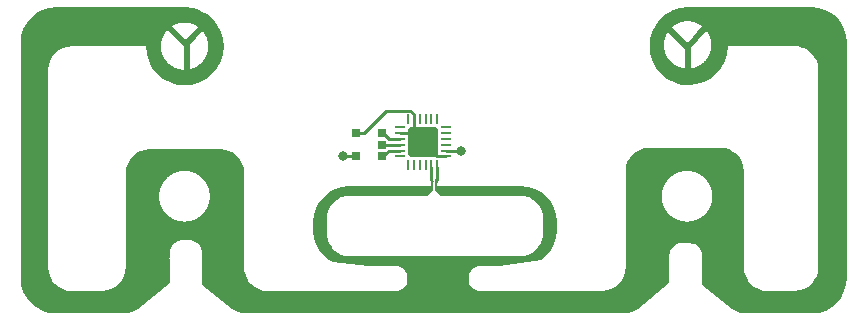
<source format=gbr>
G04 #@! TF.GenerationSoftware,KiCad,Pcbnew,6.0.9-8da3e8f707~117~ubuntu20.04.1*
G04 #@! TF.CreationDate,2022-12-15T16:27:20+01:00*
G04 #@! TF.ProjectId,picsyle-R_pressure_915,70696373-796c-4652-9d52-5f7072657373,rev?*
G04 #@! TF.SameCoordinates,Original*
G04 #@! TF.FileFunction,Copper,L1,Top*
G04 #@! TF.FilePolarity,Positive*
%FSLAX46Y46*%
G04 Gerber Fmt 4.6, Leading zero omitted, Abs format (unit mm)*
G04 Created by KiCad (PCBNEW 6.0.9-8da3e8f707~117~ubuntu20.04.1) date 2022-12-15 16:27:20*
%MOMM*%
%LPD*%
G01*
G04 APERTURE LIST*
G04 Aperture macros list*
%AMRoundRect*
0 Rectangle with rounded corners*
0 $1 Rounding radius*
0 $2 $3 $4 $5 $6 $7 $8 $9 X,Y pos of 4 corners*
0 Add a 4 corners polygon primitive as box body*
4,1,4,$2,$3,$4,$5,$6,$7,$8,$9,$2,$3,0*
0 Add four circle primitives for the rounded corners*
1,1,$1+$1,$2,$3*
1,1,$1+$1,$4,$5*
1,1,$1+$1,$6,$7*
1,1,$1+$1,$8,$9*
0 Add four rect primitives between the rounded corners*
20,1,$1+$1,$2,$3,$4,$5,0*
20,1,$1+$1,$4,$5,$6,$7,0*
20,1,$1+$1,$6,$7,$8,$9,0*
20,1,$1+$1,$8,$9,$2,$3,0*%
G04 Aperture macros list end*
G04 #@! TA.AperFunction,SMDPad,CuDef*
%ADD10R,0.175000X0.500000*%
G04 #@! TD*
G04 #@! TA.AperFunction,SMDPad,CuDef*
%ADD11RoundRect,0.062500X0.062500X-0.350000X0.062500X0.350000X-0.062500X0.350000X-0.062500X-0.350000X0*%
G04 #@! TD*
G04 #@! TA.AperFunction,SMDPad,CuDef*
%ADD12R,0.250000X0.825000*%
G04 #@! TD*
G04 #@! TA.AperFunction,SMDPad,CuDef*
%ADD13RoundRect,0.062500X0.350000X-0.062500X0.350000X0.062500X-0.350000X0.062500X-0.350000X-0.062500X0*%
G04 #@! TD*
G04 #@! TA.AperFunction,SMDPad,CuDef*
%ADD14RoundRect,0.240000X1.010000X-1.010000X1.010000X1.010000X-1.010000X1.010000X-1.010000X-1.010000X0*%
G04 #@! TD*
G04 #@! TA.AperFunction,SMDPad,CuDef*
%ADD15R,0.700000X0.700000*%
G04 #@! TD*
G04 #@! TA.AperFunction,ViaPad*
%ADD16C,0.800000*%
G04 #@! TD*
G04 #@! TA.AperFunction,Conductor*
%ADD17C,0.250000*%
G04 #@! TD*
G04 APERTURE END LIST*
G36*
X40335000Y-37871000D02*
G01*
X40334000Y-37869000D01*
X40330000Y-37865000D01*
X40328000Y-37864000D01*
X40326000Y-37864000D01*
X40324000Y-37863000D01*
X34064000Y-37863000D01*
X33676000Y-37904000D01*
X33675000Y-37904000D01*
X33674000Y-37905000D01*
X33301000Y-38020000D01*
X33300000Y-38021000D01*
X33298000Y-38021000D01*
X32955000Y-38207000D01*
X32954000Y-38208000D01*
X32953000Y-38208000D01*
X32652000Y-38457000D01*
X32650000Y-38459000D01*
X32404000Y-38761000D01*
X32402000Y-38763000D01*
X32402000Y-38764000D01*
X32219000Y-39108000D01*
X32218000Y-39109000D01*
X32218000Y-39111000D01*
X32105000Y-39484000D01*
X32105000Y-39487000D01*
X32067000Y-39875000D01*
X32066000Y-39876000D01*
X32066000Y-56588000D01*
X32067000Y-56602000D01*
X32067000Y-56603000D01*
X32107000Y-56991000D01*
X32108000Y-56992000D01*
X32108000Y-56994000D01*
X32223000Y-57366000D01*
X32224000Y-57368000D01*
X32224000Y-57369000D01*
X32410000Y-57712000D01*
X32411000Y-57713000D01*
X32411000Y-57714000D01*
X32660000Y-58015000D01*
X32662000Y-58017000D01*
X32965000Y-58264000D01*
X32966000Y-58264000D01*
X32967000Y-58265000D01*
X33311000Y-58448000D01*
X33312000Y-58449000D01*
X33314000Y-58449000D01*
X33687000Y-58562000D01*
X33689000Y-58562000D01*
X33690000Y-58563000D01*
X34078000Y-58601000D01*
X36652000Y-58601000D01*
X37040000Y-58560000D01*
X37041000Y-58560000D01*
X37042000Y-58559000D01*
X37415000Y-58444000D01*
X37416000Y-58443000D01*
X37418000Y-58443000D01*
X37761000Y-58257000D01*
X37762000Y-58257000D01*
X37763000Y-58256000D01*
X38064000Y-58007000D01*
X38066000Y-58005000D01*
X38312000Y-57703000D01*
X38314000Y-57701000D01*
X38314000Y-57700000D01*
X38497000Y-57356000D01*
X38498000Y-57355000D01*
X38498000Y-57353000D01*
X38611000Y-56980000D01*
X38611000Y-56977000D01*
X38650000Y-56589000D01*
X38650000Y-50580000D01*
X41469000Y-50580000D01*
X41469300Y-50617400D01*
X41470300Y-50654800D01*
X41471900Y-50692200D01*
X41474200Y-50729500D01*
X41477200Y-50766800D01*
X41480700Y-50804000D01*
X41485000Y-50841200D01*
X41489900Y-50878200D01*
X41495400Y-50915200D01*
X41501600Y-50952100D01*
X41508400Y-50988900D01*
X41515800Y-51025600D01*
X41523900Y-51062100D01*
X41532700Y-51098400D01*
X41542000Y-51134600D01*
X41552000Y-51170700D01*
X41562600Y-51206600D01*
X41573900Y-51242200D01*
X41585800Y-51277700D01*
X41598200Y-51312900D01*
X41611300Y-51348000D01*
X41625000Y-51382800D01*
X41639400Y-51417300D01*
X41654300Y-51451600D01*
X41669800Y-51485700D01*
X41685900Y-51519400D01*
X41702600Y-51552900D01*
X41719800Y-51586100D01*
X41737700Y-51618900D01*
X41756100Y-51651500D01*
X41775100Y-51683700D01*
X41794600Y-51715600D01*
X41814700Y-51747200D01*
X41835400Y-51778400D01*
X41856600Y-51809200D01*
X41878300Y-51839600D01*
X41900500Y-51869700D01*
X41923300Y-51899400D01*
X41946600Y-51928600D01*
X41970400Y-51957500D01*
X41994700Y-51985900D01*
X42019400Y-52013900D01*
X42044700Y-52041500D01*
X42070500Y-52068700D01*
X42096700Y-52095300D01*
X42123300Y-52121500D01*
X42150500Y-52147300D01*
X42178100Y-52172600D01*
X42206100Y-52197300D01*
X42234500Y-52221600D01*
X42263400Y-52245400D01*
X42292600Y-52268700D01*
X42322300Y-52291500D01*
X42352400Y-52313700D01*
X42382800Y-52335400D01*
X42413600Y-52356600D01*
X42444800Y-52377300D01*
X42476400Y-52397400D01*
X42508300Y-52416900D01*
X42540500Y-52435900D01*
X42573100Y-52454300D01*
X42605900Y-52472200D01*
X42639100Y-52489400D01*
X42672600Y-52506100D01*
X42706300Y-52522200D01*
X42740400Y-52537700D01*
X42774700Y-52552600D01*
X42809200Y-52567000D01*
X42844000Y-52580700D01*
X42879100Y-52593800D01*
X42914300Y-52606200D01*
X42949800Y-52618100D01*
X42985400Y-52629400D01*
X43021300Y-52640000D01*
X43057400Y-52650000D01*
X43093600Y-52659300D01*
X43129900Y-52668100D01*
X43166400Y-52676200D01*
X43203100Y-52683600D01*
X43239900Y-52690400D01*
X43276800Y-52696600D01*
X43313800Y-52702100D01*
X43350800Y-52707000D01*
X43388000Y-52711300D01*
X43425200Y-52714800D01*
X43462500Y-52717800D01*
X43499800Y-52720100D01*
X43537200Y-52721700D01*
X43574600Y-52722700D01*
X43612000Y-52723000D01*
X43649400Y-52722700D01*
X43686800Y-52721700D01*
X43724200Y-52720100D01*
X43761500Y-52717800D01*
X43798800Y-52714800D01*
X43836000Y-52711300D01*
X43873200Y-52707000D01*
X43910200Y-52702100D01*
X43947200Y-52696600D01*
X43984100Y-52690400D01*
X44020900Y-52683600D01*
X44057600Y-52676200D01*
X44094100Y-52668100D01*
X44130400Y-52659300D01*
X44166600Y-52650000D01*
X44202700Y-52640000D01*
X44238600Y-52629400D01*
X44274200Y-52618100D01*
X44309700Y-52606200D01*
X44344900Y-52593800D01*
X44380000Y-52580700D01*
X44414800Y-52567000D01*
X44449300Y-52552600D01*
X44483600Y-52537700D01*
X44517700Y-52522200D01*
X44551400Y-52506100D01*
X44584900Y-52489400D01*
X44618100Y-52472200D01*
X44650900Y-52454300D01*
X44683500Y-52435900D01*
X44715700Y-52416900D01*
X44747600Y-52397400D01*
X44779200Y-52377300D01*
X44810400Y-52356600D01*
X44841200Y-52335400D01*
X44871600Y-52313700D01*
X44901700Y-52291500D01*
X44931400Y-52268700D01*
X44960600Y-52245400D01*
X44989500Y-52221600D01*
X45017900Y-52197300D01*
X45045900Y-52172600D01*
X45073500Y-52147300D01*
X45100700Y-52121500D01*
X45127300Y-52095300D01*
X45153500Y-52068700D01*
X45179300Y-52041500D01*
X45204600Y-52013900D01*
X45229300Y-51985900D01*
X45253600Y-51957500D01*
X45277400Y-51928600D01*
X45300700Y-51899400D01*
X45323500Y-51869700D01*
X45345700Y-51839600D01*
X45367400Y-51809200D01*
X45388600Y-51778400D01*
X45409300Y-51747200D01*
X45429400Y-51715600D01*
X45448900Y-51683700D01*
X45467900Y-51651500D01*
X45486300Y-51618900D01*
X45504200Y-51586100D01*
X45521400Y-51552900D01*
X45538100Y-51519400D01*
X45554200Y-51485700D01*
X45569700Y-51451600D01*
X45584600Y-51417300D01*
X45599000Y-51382800D01*
X45612700Y-51348000D01*
X45625800Y-51312900D01*
X45638200Y-51277700D01*
X45650100Y-51242200D01*
X45661400Y-51206600D01*
X45672000Y-51170700D01*
X45682000Y-51134600D01*
X45691300Y-51098400D01*
X45700100Y-51062100D01*
X45708200Y-51025600D01*
X45715600Y-50988900D01*
X45722400Y-50952100D01*
X45728600Y-50915200D01*
X45734100Y-50878200D01*
X45739000Y-50841200D01*
X45743300Y-50804000D01*
X45746800Y-50766800D01*
X45749800Y-50729500D01*
X45752100Y-50692200D01*
X45753700Y-50654800D01*
X45754700Y-50617400D01*
X45755000Y-50580000D01*
X45754700Y-50542600D01*
X45753700Y-50505200D01*
X45752100Y-50467800D01*
X45749800Y-50430500D01*
X45746800Y-50393200D01*
X45743300Y-50356000D01*
X45739000Y-50318800D01*
X45734100Y-50281800D01*
X45728600Y-50244800D01*
X45722400Y-50207900D01*
X45715600Y-50171100D01*
X45708200Y-50134400D01*
X45700100Y-50097900D01*
X45691300Y-50061600D01*
X45682000Y-50025400D01*
X45672000Y-49989300D01*
X45661400Y-49953400D01*
X45650100Y-49917800D01*
X45638200Y-49882300D01*
X45625800Y-49847100D01*
X45612700Y-49812000D01*
X45599000Y-49777200D01*
X45584600Y-49742700D01*
X45569700Y-49708400D01*
X45554200Y-49674300D01*
X45538100Y-49640600D01*
X45521400Y-49607100D01*
X45504200Y-49573900D01*
X45486300Y-49541100D01*
X45467900Y-49508500D01*
X45448900Y-49476300D01*
X45429400Y-49444400D01*
X45409300Y-49412800D01*
X45388600Y-49381600D01*
X45367400Y-49350800D01*
X45345700Y-49320400D01*
X45323500Y-49290300D01*
X45300700Y-49260600D01*
X45277400Y-49231400D01*
X45253600Y-49202500D01*
X45229300Y-49174100D01*
X45204600Y-49146100D01*
X45179300Y-49118500D01*
X45153500Y-49091300D01*
X45127300Y-49064700D01*
X45100700Y-49038500D01*
X45073500Y-49012700D01*
X45045900Y-48987400D01*
X45017900Y-48962700D01*
X44989500Y-48938400D01*
X44960600Y-48914600D01*
X44931400Y-48891300D01*
X44901700Y-48868500D01*
X44871600Y-48846300D01*
X44841200Y-48824600D01*
X44810400Y-48803400D01*
X44779200Y-48782700D01*
X44747600Y-48762600D01*
X44715700Y-48743100D01*
X44683500Y-48724100D01*
X44650900Y-48705700D01*
X44618100Y-48687800D01*
X44584900Y-48670600D01*
X44551400Y-48653900D01*
X44517700Y-48637800D01*
X44483600Y-48622300D01*
X44449300Y-48607400D01*
X44414800Y-48593000D01*
X44380000Y-48579300D01*
X44344900Y-48566200D01*
X44309700Y-48553800D01*
X44274200Y-48541900D01*
X44238600Y-48530600D01*
X44202700Y-48520000D01*
X44166600Y-48510000D01*
X44130400Y-48500700D01*
X44094100Y-48491900D01*
X44057600Y-48483800D01*
X44020900Y-48476400D01*
X43984100Y-48469600D01*
X43947200Y-48463400D01*
X43910200Y-48457900D01*
X43873200Y-48453000D01*
X43836000Y-48448700D01*
X43798800Y-48445200D01*
X43761500Y-48442200D01*
X43724200Y-48439900D01*
X43686800Y-48438300D01*
X43649400Y-48437300D01*
X43612000Y-48437000D01*
X43574600Y-48437300D01*
X43537200Y-48438300D01*
X43499800Y-48439900D01*
X43462500Y-48442200D01*
X43425200Y-48445200D01*
X43388000Y-48448700D01*
X43350800Y-48453000D01*
X43313800Y-48457900D01*
X43276800Y-48463400D01*
X43239900Y-48469600D01*
X43203100Y-48476400D01*
X43166400Y-48483800D01*
X43129900Y-48491900D01*
X43093600Y-48500700D01*
X43057400Y-48510000D01*
X43021300Y-48520000D01*
X42985400Y-48530600D01*
X42949800Y-48541900D01*
X42914300Y-48553800D01*
X42879100Y-48566200D01*
X42844000Y-48579300D01*
X42809200Y-48593000D01*
X42774700Y-48607400D01*
X42740400Y-48622300D01*
X42706300Y-48637800D01*
X42672600Y-48653900D01*
X42639100Y-48670600D01*
X42605900Y-48687800D01*
X42573100Y-48705700D01*
X42540500Y-48724100D01*
X42508300Y-48743100D01*
X42476400Y-48762600D01*
X42444800Y-48782700D01*
X42413600Y-48803400D01*
X42382800Y-48824600D01*
X42352400Y-48846300D01*
X42322300Y-48868500D01*
X42292600Y-48891300D01*
X42263400Y-48914600D01*
X42234500Y-48938400D01*
X42206100Y-48962700D01*
X42178100Y-48987400D01*
X42150500Y-49012700D01*
X42123300Y-49038500D01*
X42096700Y-49064700D01*
X42070500Y-49091300D01*
X42044700Y-49118500D01*
X42019400Y-49146100D01*
X41994700Y-49174100D01*
X41970400Y-49202500D01*
X41946600Y-49231400D01*
X41923300Y-49260600D01*
X41900500Y-49290300D01*
X41878300Y-49320400D01*
X41856600Y-49350800D01*
X41835400Y-49381600D01*
X41814700Y-49412800D01*
X41794600Y-49444400D01*
X41775100Y-49476300D01*
X41756100Y-49508500D01*
X41737700Y-49541100D01*
X41719800Y-49573900D01*
X41702600Y-49607100D01*
X41685900Y-49640600D01*
X41669800Y-49674300D01*
X41654300Y-49708400D01*
X41639400Y-49742700D01*
X41625000Y-49777200D01*
X41611300Y-49812000D01*
X41598200Y-49847100D01*
X41585800Y-49882300D01*
X41573900Y-49917800D01*
X41562600Y-49953400D01*
X41552000Y-49989300D01*
X41542000Y-50025400D01*
X41532700Y-50061600D01*
X41523900Y-50097900D01*
X41515800Y-50134400D01*
X41508400Y-50171100D01*
X41501600Y-50207900D01*
X41495400Y-50244800D01*
X41489900Y-50281800D01*
X41485000Y-50318800D01*
X41480700Y-50356000D01*
X41477200Y-50393200D01*
X41474200Y-50430500D01*
X41471900Y-50467800D01*
X41470300Y-50505200D01*
X41469300Y-50542600D01*
X41469000Y-50580000D01*
X38650000Y-50580000D01*
X38650000Y-48608000D01*
X38687000Y-48221000D01*
X38800000Y-47850000D01*
X38982000Y-47508000D01*
X39227000Y-47207000D01*
X39525000Y-46960000D01*
X39866000Y-46776000D01*
X40237000Y-46661000D01*
X40623000Y-46621000D01*
X44929000Y-46621000D01*
X46669000Y-46620000D01*
X47056000Y-46658000D01*
X47427000Y-46770000D01*
X47770000Y-46952000D01*
X48070000Y-47197000D01*
X48317000Y-47495000D01*
X48502000Y-47836000D01*
X48617000Y-48207000D01*
X48657000Y-48593000D01*
X48657000Y-56588000D01*
X48658000Y-56602000D01*
X48658000Y-56603000D01*
X48698000Y-56991000D01*
X48699000Y-56992000D01*
X48699000Y-56994000D01*
X48814000Y-57366000D01*
X48815000Y-57368000D01*
X48815000Y-57369000D01*
X49001000Y-57712000D01*
X49002000Y-57713000D01*
X49002000Y-57714000D01*
X49251000Y-58015000D01*
X49253000Y-58017000D01*
X49556000Y-58264000D01*
X49557000Y-58264000D01*
X49558000Y-58265000D01*
X49902000Y-58448000D01*
X49903000Y-58449000D01*
X49905000Y-58449000D01*
X50278000Y-58562000D01*
X50280000Y-58562000D01*
X50281000Y-58563000D01*
X50669000Y-58601000D01*
X61491000Y-58601000D01*
X61685000Y-58580000D01*
X61688000Y-58580000D01*
X61874000Y-58522000D01*
X61875000Y-58522000D01*
X61877000Y-58521000D01*
X62048000Y-58428000D01*
X62049000Y-58428000D01*
X62050000Y-58427000D01*
X62051000Y-58427000D01*
X62201000Y-58302000D01*
X62202000Y-58301000D01*
X62203000Y-58301000D01*
X62203000Y-58300000D01*
X62326000Y-58149000D01*
X62327000Y-58148000D01*
X62327000Y-58147000D01*
X62419000Y-57975000D01*
X62420000Y-57974000D01*
X62420000Y-57972000D01*
X62476000Y-57786000D01*
X62477000Y-57784000D01*
X62477000Y-57783000D01*
X62496000Y-57589000D01*
X62496000Y-57476000D01*
X62476000Y-57282000D01*
X62475000Y-57281000D01*
X62475000Y-57279000D01*
X62417000Y-57093000D01*
X62417000Y-57092000D01*
X62416000Y-57091000D01*
X62416000Y-57090000D01*
X62324000Y-56919000D01*
X62322000Y-56917000D01*
X62198000Y-56766000D01*
X62197000Y-56765000D01*
X62196000Y-56765000D01*
X62196000Y-56764000D01*
X62045000Y-56641000D01*
X62044000Y-56640000D01*
X62042000Y-56640000D01*
X61870000Y-56548000D01*
X61869000Y-56548000D01*
X61868000Y-56547000D01*
X61681000Y-56491000D01*
X61680000Y-56490000D01*
X61678000Y-56490000D01*
X61484000Y-56471000D01*
X59256000Y-56471000D01*
X56232000Y-56174000D01*
X55853000Y-55972000D01*
X55402000Y-55604000D01*
X55030000Y-55154000D01*
X54753000Y-54642000D01*
X54581000Y-54085000D01*
X54520000Y-53504000D01*
X54519000Y-53484000D01*
X54519000Y-52715000D01*
X54576000Y-52134000D01*
X54745000Y-51576000D01*
X55019000Y-51061000D01*
X55387000Y-50610000D01*
X55836000Y-50238000D01*
X56349000Y-49961000D01*
X56906000Y-49788000D01*
X57486000Y-49727000D01*
X64500000Y-49727000D01*
X64502000Y-49726000D01*
X64505000Y-49725000D01*
X64507000Y-49724000D01*
X64508000Y-49722000D01*
X64510000Y-49719000D01*
X64510000Y-49717000D01*
X64511000Y-49714000D01*
X64510000Y-49714000D01*
X64510000Y-49264000D01*
X64684000Y-49264000D01*
X64684000Y-50038000D01*
X64192000Y-50530000D01*
X57657000Y-50530000D01*
X57285000Y-50565000D01*
X57284000Y-50566000D01*
X57283000Y-50566000D01*
X56908000Y-50675000D01*
X56907000Y-50676000D01*
X56906000Y-50676000D01*
X56560000Y-50857000D01*
X56559000Y-50857000D01*
X56558000Y-50858000D01*
X56167000Y-51192000D01*
X56165000Y-51194000D01*
X55941000Y-51493000D01*
X55941000Y-51494000D01*
X55940000Y-51495000D01*
X55776000Y-51830000D01*
X55776000Y-51831000D01*
X55775000Y-51832000D01*
X55688000Y-52130000D01*
X55688000Y-52133000D01*
X55647000Y-52465000D01*
X55647000Y-52469000D01*
X55645000Y-52543000D01*
X55645000Y-52926000D01*
X55642000Y-52926000D01*
X55642000Y-53213000D01*
X55645000Y-53213000D01*
X55645000Y-53656000D01*
X55665000Y-53932000D01*
X55665000Y-53935000D01*
X55741000Y-54269000D01*
X55742000Y-54271000D01*
X55865000Y-54570000D01*
X55866000Y-54570000D01*
X55866000Y-54572000D01*
X56082000Y-54906000D01*
X56082000Y-54907000D01*
X56083000Y-54908000D01*
X56101000Y-54931000D01*
X56102000Y-54931000D01*
X56102000Y-54932000D01*
X56377000Y-55207000D01*
X56377000Y-55208000D01*
X56379000Y-55209000D01*
X56611000Y-55374000D01*
X56613000Y-55375000D01*
X56890000Y-55516000D01*
X56891000Y-55516000D01*
X56892000Y-55517000D01*
X56893000Y-55517000D01*
X57266000Y-55629000D01*
X57267000Y-55630000D01*
X57269000Y-55630000D01*
X57657000Y-55668000D01*
X71987000Y-55668000D01*
X72298000Y-55644000D01*
X72299000Y-55644000D01*
X72300000Y-55643000D01*
X72678000Y-55545000D01*
X72680000Y-55545000D01*
X73031000Y-55375000D01*
X73033000Y-55374000D01*
X73266000Y-55209000D01*
X73289000Y-55189000D01*
X73290000Y-55189000D01*
X73290000Y-55188000D01*
X73561000Y-54908000D01*
X73562000Y-54908000D01*
X73563000Y-54906000D01*
X73778000Y-54572000D01*
X73779000Y-54570000D01*
X73902000Y-54271000D01*
X73903000Y-54271000D01*
X73903000Y-54269000D01*
X73980000Y-53935000D01*
X73980000Y-53932000D01*
X73999000Y-53662000D01*
X73999000Y-53211000D01*
X74002000Y-53211000D01*
X74002000Y-52742000D01*
X73999000Y-52742000D01*
X73999000Y-52543000D01*
X73998000Y-52469000D01*
X73998000Y-52465000D01*
X73957000Y-52133000D01*
X73956000Y-52131000D01*
X73956000Y-52130000D01*
X73869000Y-51832000D01*
X73869000Y-51831000D01*
X73868000Y-51830000D01*
X73705000Y-51495000D01*
X73703000Y-51493000D01*
X73480000Y-51194000D01*
X73479000Y-51194000D01*
X73478000Y-51192000D01*
X73087000Y-50858000D01*
X73085000Y-50857000D01*
X72754000Y-50683000D01*
X72753000Y-50682000D01*
X72752000Y-50682000D01*
X72378000Y-50569000D01*
X72376000Y-50569000D01*
X72376000Y-50568000D01*
X71987000Y-50530000D01*
X65353000Y-50530000D01*
X64860000Y-50038000D01*
X64860000Y-49264000D01*
X65034000Y-49264000D01*
X65034000Y-49717000D01*
X65035000Y-49719000D01*
X65036000Y-49722000D01*
X65038000Y-49724000D01*
X65040000Y-49725000D01*
X65042000Y-49727000D01*
X65045000Y-49727000D01*
X65047000Y-49728000D01*
X72138000Y-49727000D01*
X72718000Y-49784000D01*
X73276000Y-49953000D01*
X73791000Y-50227000D01*
X74243000Y-50595000D01*
X74614000Y-51044000D01*
X74892000Y-51557000D01*
X75064000Y-52114000D01*
X75125000Y-52694000D01*
X75125000Y-53484000D01*
X75068000Y-54064000D01*
X74900000Y-54622000D01*
X74626000Y-55137000D01*
X74258000Y-55589000D01*
X73808000Y-55960000D01*
X70260000Y-56471000D01*
X68671000Y-56471000D01*
X68477000Y-56492000D01*
X68475000Y-56492000D01*
X68288000Y-56550000D01*
X68287000Y-56550000D01*
X68286000Y-56551000D01*
X68114000Y-56644000D01*
X68113000Y-56644000D01*
X68112000Y-56645000D01*
X67962000Y-56769000D01*
X67960000Y-56771000D01*
X67837000Y-56922000D01*
X67835000Y-56924000D01*
X67835000Y-56925000D01*
X67743000Y-57097000D01*
X67743000Y-57099000D01*
X67686000Y-57286000D01*
X67686000Y-57289000D01*
X67667000Y-57483000D01*
X67666000Y-57484000D01*
X67666000Y-57588000D01*
X67667000Y-57595000D01*
X67667000Y-57596000D01*
X67687000Y-57790000D01*
X67687000Y-57792000D01*
X67688000Y-57792000D01*
X67745000Y-57979000D01*
X67746000Y-57980000D01*
X67746000Y-57981000D01*
X67839000Y-58153000D01*
X67840000Y-58154000D01*
X67840000Y-58155000D01*
X67965000Y-58306000D01*
X67966000Y-58306000D01*
X67967000Y-58307000D01*
X68118000Y-58431000D01*
X68119000Y-58431000D01*
X68120000Y-58432000D01*
X68292000Y-58524000D01*
X68294000Y-58524000D01*
X68295000Y-58525000D01*
X68482000Y-58581000D01*
X68483000Y-58581000D01*
X68484000Y-58582000D01*
X68678000Y-58601000D01*
X78968000Y-58601000D01*
X79356000Y-58560000D01*
X79357000Y-58560000D01*
X79358000Y-58559000D01*
X79731000Y-58444000D01*
X79732000Y-58443000D01*
X79734000Y-58443000D01*
X80077000Y-58257000D01*
X80078000Y-58257000D01*
X80079000Y-58256000D01*
X80380000Y-58007000D01*
X80382000Y-58005000D01*
X80628000Y-57703000D01*
X80630000Y-57701000D01*
X80630000Y-57700000D01*
X80813000Y-57356000D01*
X80814000Y-57355000D01*
X80814000Y-57353000D01*
X80927000Y-56980000D01*
X80927000Y-56977000D01*
X80966000Y-56589000D01*
X80966000Y-50580000D01*
X84020000Y-50580000D01*
X84020300Y-50617400D01*
X84021300Y-50654800D01*
X84022900Y-50692200D01*
X84025200Y-50729500D01*
X84028200Y-50766800D01*
X84031700Y-50804000D01*
X84036000Y-50841200D01*
X84040900Y-50878200D01*
X84046400Y-50915200D01*
X84052600Y-50952100D01*
X84059400Y-50988900D01*
X84066800Y-51025600D01*
X84074900Y-51062100D01*
X84083700Y-51098400D01*
X84093000Y-51134600D01*
X84103000Y-51170700D01*
X84113600Y-51206600D01*
X84124900Y-51242200D01*
X84136800Y-51277700D01*
X84149200Y-51312900D01*
X84162300Y-51348000D01*
X84176000Y-51382800D01*
X84190400Y-51417300D01*
X84205300Y-51451600D01*
X84220800Y-51485700D01*
X84236900Y-51519400D01*
X84253600Y-51552900D01*
X84270800Y-51586100D01*
X84288700Y-51618900D01*
X84307100Y-51651500D01*
X84326100Y-51683700D01*
X84345600Y-51715600D01*
X84365700Y-51747200D01*
X84386400Y-51778400D01*
X84407600Y-51809200D01*
X84429300Y-51839600D01*
X84451500Y-51869700D01*
X84474300Y-51899400D01*
X84497600Y-51928600D01*
X84521400Y-51957500D01*
X84545700Y-51985900D01*
X84570400Y-52013900D01*
X84595700Y-52041500D01*
X84621500Y-52068700D01*
X84647700Y-52095300D01*
X84674300Y-52121500D01*
X84701500Y-52147300D01*
X84729100Y-52172600D01*
X84757100Y-52197300D01*
X84785500Y-52221600D01*
X84814400Y-52245400D01*
X84843600Y-52268700D01*
X84873300Y-52291500D01*
X84903400Y-52313700D01*
X84933800Y-52335400D01*
X84964600Y-52356600D01*
X84995800Y-52377300D01*
X85027400Y-52397400D01*
X85059300Y-52416900D01*
X85091500Y-52435900D01*
X85124100Y-52454300D01*
X85156900Y-52472200D01*
X85190100Y-52489400D01*
X85223600Y-52506100D01*
X85257300Y-52522200D01*
X85291400Y-52537700D01*
X85325700Y-52552600D01*
X85360200Y-52567000D01*
X85395000Y-52580700D01*
X85430100Y-52593800D01*
X85465300Y-52606200D01*
X85500800Y-52618100D01*
X85536400Y-52629400D01*
X85572300Y-52640000D01*
X85608400Y-52650000D01*
X85644600Y-52659300D01*
X85680900Y-52668100D01*
X85717400Y-52676200D01*
X85754100Y-52683600D01*
X85790900Y-52690400D01*
X85827800Y-52696600D01*
X85864800Y-52702100D01*
X85901800Y-52707000D01*
X85939000Y-52711300D01*
X85976200Y-52714800D01*
X86013500Y-52717800D01*
X86050800Y-52720100D01*
X86088200Y-52721700D01*
X86125600Y-52722700D01*
X86163000Y-52723000D01*
X86200400Y-52722700D01*
X86237800Y-52721700D01*
X86275200Y-52720100D01*
X86312500Y-52717800D01*
X86349800Y-52714800D01*
X86387000Y-52711300D01*
X86424200Y-52707000D01*
X86461200Y-52702100D01*
X86498200Y-52696600D01*
X86535100Y-52690400D01*
X86571900Y-52683600D01*
X86608600Y-52676200D01*
X86645100Y-52668100D01*
X86681400Y-52659300D01*
X86717600Y-52650000D01*
X86753700Y-52640000D01*
X86789600Y-52629400D01*
X86825200Y-52618100D01*
X86860700Y-52606200D01*
X86895900Y-52593800D01*
X86931000Y-52580700D01*
X86965800Y-52567000D01*
X87000300Y-52552600D01*
X87034600Y-52537700D01*
X87068700Y-52522200D01*
X87102400Y-52506100D01*
X87135900Y-52489400D01*
X87169100Y-52472200D01*
X87201900Y-52454300D01*
X87234500Y-52435900D01*
X87266700Y-52416900D01*
X87298600Y-52397400D01*
X87330200Y-52377300D01*
X87361400Y-52356600D01*
X87392200Y-52335400D01*
X87422600Y-52313700D01*
X87452700Y-52291500D01*
X87482400Y-52268700D01*
X87511600Y-52245400D01*
X87540500Y-52221600D01*
X87568900Y-52197300D01*
X87596900Y-52172600D01*
X87624500Y-52147300D01*
X87651700Y-52121500D01*
X87678300Y-52095300D01*
X87704500Y-52068700D01*
X87730300Y-52041500D01*
X87755600Y-52013900D01*
X87780300Y-51985900D01*
X87804600Y-51957500D01*
X87828400Y-51928600D01*
X87851700Y-51899400D01*
X87874500Y-51869700D01*
X87896700Y-51839600D01*
X87918400Y-51809200D01*
X87939600Y-51778400D01*
X87960300Y-51747200D01*
X87980400Y-51715600D01*
X87999900Y-51683700D01*
X88018900Y-51651500D01*
X88037300Y-51618900D01*
X88055200Y-51586100D01*
X88072400Y-51552900D01*
X88089100Y-51519400D01*
X88105200Y-51485700D01*
X88120700Y-51451600D01*
X88135600Y-51417300D01*
X88150000Y-51382800D01*
X88163700Y-51348000D01*
X88176800Y-51312900D01*
X88189200Y-51277700D01*
X88201100Y-51242200D01*
X88212400Y-51206600D01*
X88223000Y-51170700D01*
X88233000Y-51134600D01*
X88242300Y-51098400D01*
X88251100Y-51062100D01*
X88259200Y-51025600D01*
X88266600Y-50988900D01*
X88273400Y-50952100D01*
X88279600Y-50915200D01*
X88285100Y-50878200D01*
X88290000Y-50841200D01*
X88294300Y-50804000D01*
X88297800Y-50766800D01*
X88300800Y-50729500D01*
X88303100Y-50692200D01*
X88304700Y-50654800D01*
X88305700Y-50617400D01*
X88306000Y-50580000D01*
X88305700Y-50542600D01*
X88304700Y-50505200D01*
X88303100Y-50467800D01*
X88300800Y-50430500D01*
X88297800Y-50393200D01*
X88294300Y-50356000D01*
X88290000Y-50318800D01*
X88285100Y-50281800D01*
X88279600Y-50244800D01*
X88273400Y-50207900D01*
X88266600Y-50171100D01*
X88259200Y-50134400D01*
X88251100Y-50097900D01*
X88242300Y-50061600D01*
X88233000Y-50025400D01*
X88223000Y-49989300D01*
X88212400Y-49953400D01*
X88201100Y-49917800D01*
X88189200Y-49882300D01*
X88176800Y-49847100D01*
X88163700Y-49812000D01*
X88150000Y-49777200D01*
X88135600Y-49742700D01*
X88120700Y-49708400D01*
X88105200Y-49674300D01*
X88089100Y-49640600D01*
X88072400Y-49607100D01*
X88055200Y-49573900D01*
X88037300Y-49541100D01*
X88018900Y-49508500D01*
X87999900Y-49476300D01*
X87980400Y-49444400D01*
X87960300Y-49412800D01*
X87939600Y-49381600D01*
X87918400Y-49350800D01*
X87896700Y-49320400D01*
X87874500Y-49290300D01*
X87851700Y-49260600D01*
X87828400Y-49231400D01*
X87804600Y-49202500D01*
X87780300Y-49174100D01*
X87755600Y-49146100D01*
X87730300Y-49118500D01*
X87704500Y-49091300D01*
X87678300Y-49064700D01*
X87651700Y-49038500D01*
X87624500Y-49012700D01*
X87596900Y-48987400D01*
X87568900Y-48962700D01*
X87540500Y-48938400D01*
X87511600Y-48914600D01*
X87482400Y-48891300D01*
X87452700Y-48868500D01*
X87422600Y-48846300D01*
X87392200Y-48824600D01*
X87361400Y-48803400D01*
X87330200Y-48782700D01*
X87298600Y-48762600D01*
X87266700Y-48743100D01*
X87234500Y-48724100D01*
X87201900Y-48705700D01*
X87169100Y-48687800D01*
X87135900Y-48670600D01*
X87102400Y-48653900D01*
X87068700Y-48637800D01*
X87034600Y-48622300D01*
X87000300Y-48607400D01*
X86965800Y-48593000D01*
X86931000Y-48579300D01*
X86895900Y-48566200D01*
X86860700Y-48553800D01*
X86825200Y-48541900D01*
X86789600Y-48530600D01*
X86753700Y-48520000D01*
X86717600Y-48510000D01*
X86681400Y-48500700D01*
X86645100Y-48491900D01*
X86608600Y-48483800D01*
X86571900Y-48476400D01*
X86535100Y-48469600D01*
X86498200Y-48463400D01*
X86461200Y-48457900D01*
X86424200Y-48453000D01*
X86387000Y-48448700D01*
X86349800Y-48445200D01*
X86312500Y-48442200D01*
X86275200Y-48439900D01*
X86237800Y-48438300D01*
X86200400Y-48437300D01*
X86163000Y-48437000D01*
X86125600Y-48437300D01*
X86088200Y-48438300D01*
X86050800Y-48439900D01*
X86013500Y-48442200D01*
X85976200Y-48445200D01*
X85939000Y-48448700D01*
X85901800Y-48453000D01*
X85864800Y-48457900D01*
X85827800Y-48463400D01*
X85790900Y-48469600D01*
X85754100Y-48476400D01*
X85717400Y-48483800D01*
X85680900Y-48491900D01*
X85644600Y-48500700D01*
X85608400Y-48510000D01*
X85572300Y-48520000D01*
X85536400Y-48530600D01*
X85500800Y-48541900D01*
X85465300Y-48553800D01*
X85430100Y-48566200D01*
X85395000Y-48579300D01*
X85360200Y-48593000D01*
X85325700Y-48607400D01*
X85291400Y-48622300D01*
X85257300Y-48637800D01*
X85223600Y-48653900D01*
X85190100Y-48670600D01*
X85156900Y-48687800D01*
X85124100Y-48705700D01*
X85091500Y-48724100D01*
X85059300Y-48743100D01*
X85027400Y-48762600D01*
X84995800Y-48782700D01*
X84964600Y-48803400D01*
X84933800Y-48824600D01*
X84903400Y-48846300D01*
X84873300Y-48868500D01*
X84843600Y-48891300D01*
X84814400Y-48914600D01*
X84785500Y-48938400D01*
X84757100Y-48962700D01*
X84729100Y-48987400D01*
X84701500Y-49012700D01*
X84674300Y-49038500D01*
X84647700Y-49064700D01*
X84621500Y-49091300D01*
X84595700Y-49118500D01*
X84570400Y-49146100D01*
X84545700Y-49174100D01*
X84521400Y-49202500D01*
X84497600Y-49231400D01*
X84474300Y-49260600D01*
X84451500Y-49290300D01*
X84429300Y-49320400D01*
X84407600Y-49350800D01*
X84386400Y-49381600D01*
X84365700Y-49412800D01*
X84345600Y-49444400D01*
X84326100Y-49476300D01*
X84307100Y-49508500D01*
X84288700Y-49541100D01*
X84270800Y-49573900D01*
X84253600Y-49607100D01*
X84236900Y-49640600D01*
X84220800Y-49674300D01*
X84205300Y-49708400D01*
X84190400Y-49742700D01*
X84176000Y-49777200D01*
X84162300Y-49812000D01*
X84149200Y-49847100D01*
X84136800Y-49882300D01*
X84124900Y-49917800D01*
X84113600Y-49953400D01*
X84103000Y-49989300D01*
X84093000Y-50025400D01*
X84083700Y-50061600D01*
X84074900Y-50097900D01*
X84066800Y-50134400D01*
X84059400Y-50171100D01*
X84052600Y-50207900D01*
X84046400Y-50244800D01*
X84040900Y-50281800D01*
X84036000Y-50318800D01*
X84031700Y-50356000D01*
X84028200Y-50393200D01*
X84025200Y-50430500D01*
X84022900Y-50467800D01*
X84021300Y-50505200D01*
X84020300Y-50542600D01*
X84020000Y-50580000D01*
X80966000Y-50580000D01*
X80966000Y-48455000D01*
X81003000Y-48068000D01*
X81116000Y-47697000D01*
X81298000Y-47355000D01*
X81543000Y-47054000D01*
X81841000Y-46807000D01*
X82182000Y-46623000D01*
X82553000Y-46508000D01*
X82939000Y-46468000D01*
X87245000Y-46468000D01*
X88985000Y-46467000D01*
X89372000Y-46505000D01*
X89743000Y-46617000D01*
X90086000Y-46799000D01*
X90386000Y-47044000D01*
X90633000Y-47342000D01*
X90818000Y-47683000D01*
X90933000Y-48054000D01*
X90973000Y-48440000D01*
X90973000Y-56588000D01*
X90974000Y-56602000D01*
X90974000Y-56603000D01*
X91014000Y-56991000D01*
X91015000Y-56992000D01*
X91015000Y-56994000D01*
X91130000Y-57366000D01*
X91131000Y-57368000D01*
X91131000Y-57369000D01*
X91317000Y-57712000D01*
X91318000Y-57713000D01*
X91318000Y-57714000D01*
X91567000Y-58015000D01*
X91569000Y-58017000D01*
X91872000Y-58264000D01*
X91873000Y-58264000D01*
X91874000Y-58265000D01*
X92218000Y-58448000D01*
X92219000Y-58449000D01*
X92221000Y-58449000D01*
X92594000Y-58562000D01*
X92596000Y-58562000D01*
X92597000Y-58563000D01*
X92985000Y-58601000D01*
X95293000Y-58601000D01*
X95681000Y-58560000D01*
X95682000Y-58560000D01*
X95683000Y-58559000D01*
X96056000Y-58444000D01*
X96057000Y-58443000D01*
X96059000Y-58443000D01*
X96402000Y-58257000D01*
X96403000Y-58257000D01*
X96404000Y-58256000D01*
X96705000Y-58007000D01*
X96707000Y-58005000D01*
X96953000Y-57703000D01*
X96955000Y-57701000D01*
X96955000Y-57700000D01*
X97138000Y-57356000D01*
X97139000Y-57355000D01*
X97139000Y-57353000D01*
X97252000Y-56980000D01*
X97252000Y-56977000D01*
X97291000Y-56589000D01*
X97291000Y-39863000D01*
X97290000Y-39862000D01*
X97290000Y-39861000D01*
X97250000Y-39473000D01*
X97249000Y-39472000D01*
X97249000Y-39470000D01*
X97134000Y-39098000D01*
X97133000Y-39096000D01*
X97133000Y-39095000D01*
X96947000Y-38752000D01*
X96946000Y-38751000D01*
X96946000Y-38750000D01*
X96697000Y-38449000D01*
X96695000Y-38447000D01*
X96393000Y-38200000D01*
X96392000Y-38200000D01*
X96391000Y-38199000D01*
X96390000Y-38199000D01*
X96046000Y-38016000D01*
X96045000Y-38015000D01*
X96043000Y-38015000D01*
X95670000Y-37902000D01*
X95669000Y-37902000D01*
X95667000Y-37901000D01*
X95279000Y-37863000D01*
X89616000Y-37863000D01*
X89615000Y-37864000D01*
X89613000Y-37864000D01*
X89610000Y-37865000D01*
X89608000Y-37867000D01*
X89607000Y-37869000D01*
X89605000Y-37871000D01*
X89605000Y-37875000D01*
X89541000Y-38519000D01*
X89355000Y-39137000D01*
X89052000Y-39707000D01*
X88644000Y-40207000D01*
X88147000Y-40618000D01*
X87579000Y-40925000D01*
X86962000Y-41116000D01*
X86320000Y-41183000D01*
X85678000Y-41125000D01*
X85059000Y-40943000D01*
X84487000Y-40644000D01*
X83984000Y-40239000D01*
X83569000Y-39745000D01*
X83258000Y-39179000D01*
X83063000Y-38564000D01*
X82991000Y-37923000D01*
X83005320Y-37752300D01*
X84210700Y-37752300D01*
X84210800Y-37787400D01*
X84211500Y-37822500D01*
X84212800Y-37857500D01*
X84214700Y-37892600D01*
X84217300Y-37927600D01*
X84220400Y-37962500D01*
X84224200Y-37997400D01*
X84228500Y-38032200D01*
X84233500Y-38067000D01*
X84239100Y-38101600D01*
X84245300Y-38136200D01*
X84252100Y-38170600D01*
X84259500Y-38204900D01*
X84267500Y-38239100D01*
X84276100Y-38273100D01*
X84285300Y-38307000D01*
X84295100Y-38340700D01*
X84305500Y-38374200D01*
X84316500Y-38407500D01*
X84328100Y-38440600D01*
X84340200Y-38473600D01*
X84352900Y-38506300D01*
X84366200Y-38538800D01*
X84380000Y-38571000D01*
X84394400Y-38603000D01*
X84409400Y-38634800D01*
X84424900Y-38666200D01*
X84441000Y-38697400D01*
X84457600Y-38728300D01*
X84474800Y-38758900D01*
X84492500Y-38789200D01*
X84510700Y-38819200D01*
X84529500Y-38848900D01*
X84548700Y-38878200D01*
X84568500Y-38907200D01*
X84588800Y-38935900D01*
X84609600Y-38964100D01*
X84630900Y-38992000D01*
X84652600Y-39019600D01*
X84674900Y-39046700D01*
X84697600Y-39073500D01*
X84720700Y-39099800D01*
X84744400Y-39125800D01*
X84768500Y-39151300D01*
X84793000Y-39176400D01*
X84818000Y-39201000D01*
X84843400Y-39225300D01*
X84869200Y-39249000D01*
X84895400Y-39272300D01*
X84922100Y-39295200D01*
X84949100Y-39317600D01*
X84976500Y-39339400D01*
X85004300Y-39360900D01*
X85032500Y-39381800D01*
X85061000Y-39402200D01*
X85089900Y-39422100D01*
X85119200Y-39441500D01*
X85148700Y-39460400D01*
X85178600Y-39478800D01*
X85208900Y-39496700D01*
X85239400Y-39514000D01*
X85270200Y-39530700D01*
X85301300Y-39547000D01*
X85332700Y-39562700D01*
X85364400Y-39577800D01*
X85396300Y-39592400D01*
X85428500Y-39606400D01*
X85460900Y-39619800D01*
X85493600Y-39632700D01*
X85526400Y-39645000D01*
X85559500Y-39656700D01*
X85592800Y-39667800D01*
X85626300Y-39678400D01*
X85659900Y-39688300D01*
X85693700Y-39697700D01*
X85727700Y-39706500D01*
X85761800Y-39714700D01*
X85796100Y-39722300D01*
X85830500Y-39729200D01*
X85865000Y-39735600D01*
X85899600Y-39741400D01*
X85934300Y-39746500D01*
X85969100Y-39751100D01*
X86004000Y-39755000D01*
X86004000Y-39745000D01*
X86502000Y-39745000D01*
X86536600Y-39739600D01*
X86571200Y-39733600D01*
X86605600Y-39727000D01*
X86639900Y-39719800D01*
X86674000Y-39711900D01*
X86708100Y-39703500D01*
X86741900Y-39694500D01*
X86775600Y-39684900D01*
X86809200Y-39674700D01*
X86842500Y-39664000D01*
X86875700Y-39652600D01*
X86908600Y-39640700D01*
X86941400Y-39628100D01*
X86973900Y-39615100D01*
X87006200Y-39601400D01*
X87038200Y-39587200D01*
X87070000Y-39572400D01*
X87101500Y-39557100D01*
X87132700Y-39541200D01*
X87163700Y-39524800D01*
X87194400Y-39507800D01*
X87224700Y-39490300D01*
X87254800Y-39472300D01*
X87284500Y-39453700D01*
X87313900Y-39434700D01*
X87343000Y-39415100D01*
X87371700Y-39395000D01*
X87400100Y-39374400D01*
X87428100Y-39353300D01*
X87455700Y-39331800D01*
X87482900Y-39309700D01*
X87509800Y-39287200D01*
X87536200Y-39264200D01*
X87562300Y-39240800D01*
X87587900Y-39216900D01*
X87613100Y-39192500D01*
X87637900Y-39167700D01*
X87662200Y-39142500D01*
X87686100Y-39116900D01*
X87709600Y-39090800D01*
X87732600Y-39064300D01*
X87755100Y-39037500D01*
X87777100Y-39010200D01*
X87798700Y-38982600D01*
X87819700Y-38954600D01*
X87840300Y-38926200D01*
X87860400Y-38897500D01*
X87880000Y-38868400D01*
X87899000Y-38839000D01*
X87917600Y-38809300D01*
X87935600Y-38779200D01*
X87953100Y-38748800D01*
X87970000Y-38718200D01*
X87986400Y-38687200D01*
X88002300Y-38655900D01*
X88017600Y-38624400D01*
X88032400Y-38592600D01*
X88046600Y-38560600D01*
X88060200Y-38528300D01*
X88073300Y-38495800D01*
X88085800Y-38463100D01*
X88097700Y-38430100D01*
X88109100Y-38396900D01*
X88119800Y-38363600D01*
X88130000Y-38330000D01*
X88139600Y-38296300D01*
X88148600Y-38262500D01*
X88157000Y-38228400D01*
X88164800Y-38194300D01*
X88172000Y-38160000D01*
X88178600Y-38125600D01*
X88184600Y-38091000D01*
X88190000Y-38056400D01*
X88194800Y-38021700D01*
X88198900Y-37986900D01*
X88202500Y-37952000D01*
X88205500Y-37917100D01*
X88207800Y-37882100D01*
X88209500Y-37847100D01*
X88210600Y-37812100D01*
X88211100Y-37777000D01*
X88211000Y-37742000D01*
X88210300Y-37707000D01*
X88209000Y-37671900D01*
X88207000Y-37636900D01*
X88204400Y-37602000D01*
X88201300Y-37567100D01*
X88197500Y-37532200D01*
X88193100Y-37497500D01*
X88188100Y-37462800D01*
X88182400Y-37428200D01*
X88176200Y-37393700D01*
X88169400Y-37359300D01*
X88162000Y-37325100D01*
X88153900Y-37291000D01*
X88145300Y-37257000D01*
X88136100Y-37223200D01*
X88126300Y-37189500D01*
X88115900Y-37156100D01*
X88104900Y-37122800D01*
X88093400Y-37089700D01*
X88081200Y-37056800D01*
X88068500Y-37024100D01*
X88055200Y-36991700D01*
X88041400Y-36959500D01*
X88027000Y-36927600D01*
X88012000Y-36895900D01*
X87996500Y-36864500D01*
X87980400Y-36833300D01*
X87963800Y-36802500D01*
X87946700Y-36771900D01*
X87929000Y-36741600D01*
X87910800Y-36711700D01*
X87892000Y-36682100D01*
X87872800Y-36652800D01*
X87853000Y-36623800D01*
X87832800Y-36595200D01*
X87812000Y-36567000D01*
X86502000Y-38053000D01*
X86502000Y-39745000D01*
X86004000Y-39745000D01*
X86004000Y-38120000D01*
X84544000Y-36660000D01*
X84524900Y-36689400D01*
X84506200Y-36719200D01*
X84488100Y-36749200D01*
X84470600Y-36779600D01*
X84453500Y-36810300D01*
X84437100Y-36841300D01*
X84421100Y-36872500D01*
X84405700Y-36904100D01*
X84390900Y-36935900D01*
X84376600Y-36967900D01*
X84362900Y-37000200D01*
X84349800Y-37032800D01*
X84337200Y-37065500D01*
X84325200Y-37098500D01*
X84313800Y-37131700D01*
X84302900Y-37165100D01*
X84292700Y-37198700D01*
X84283100Y-37232400D01*
X84274000Y-37266300D01*
X84265500Y-37300400D01*
X84257700Y-37334600D01*
X84250400Y-37368900D01*
X84243800Y-37403400D01*
X84237700Y-37437900D01*
X84232300Y-37472600D01*
X84227400Y-37507300D01*
X84223200Y-37542200D01*
X84219600Y-37577100D01*
X84216600Y-37612100D01*
X84214200Y-37647100D01*
X84212400Y-37682100D01*
X84211300Y-37717200D01*
X84210700Y-37752300D01*
X83005320Y-37752300D01*
X83045000Y-37279000D01*
X83223000Y-36659000D01*
X83417790Y-36280000D01*
X84872000Y-36280000D01*
X86215000Y-37623000D01*
X87464000Y-36207000D01*
X87436300Y-36185100D01*
X87408300Y-36163800D01*
X87379800Y-36142900D01*
X87351000Y-36122600D01*
X87321900Y-36102700D01*
X87292400Y-36083400D01*
X87262600Y-36064600D01*
X87232400Y-36046300D01*
X87201900Y-36028600D01*
X87171100Y-36011400D01*
X87140100Y-35994700D01*
X87108700Y-35978600D01*
X87077000Y-35963000D01*
X87045100Y-35948100D01*
X87013000Y-35933600D01*
X86980500Y-35919800D01*
X86947900Y-35906500D01*
X86915000Y-35893800D01*
X86881800Y-35881700D01*
X86848500Y-35870100D01*
X86815000Y-35859200D01*
X86781300Y-35848800D01*
X86747400Y-35839100D01*
X86713400Y-35829900D01*
X86679100Y-35821300D01*
X86644800Y-35813400D01*
X86610300Y-35806000D01*
X86575700Y-35799300D01*
X86541000Y-35793200D01*
X86506100Y-35787700D01*
X86471200Y-35782800D01*
X86436200Y-35778500D01*
X86401100Y-35774800D01*
X86366000Y-35771800D01*
X86330800Y-35769300D01*
X86295600Y-35767500D01*
X86260300Y-35766400D01*
X86225100Y-35765800D01*
X86189800Y-35765900D01*
X86154600Y-35766500D01*
X86119300Y-35767800D01*
X86084100Y-35769800D01*
X86048900Y-35772300D01*
X86013800Y-35775500D01*
X85978800Y-35779300D01*
X85943800Y-35783700D01*
X85908900Y-35788700D01*
X85874100Y-35794300D01*
X85839300Y-35800600D01*
X85804800Y-35807400D01*
X85770300Y-35814900D01*
X85736000Y-35823000D01*
X85701800Y-35831600D01*
X85667800Y-35840900D01*
X85633900Y-35850800D01*
X85600200Y-35861200D01*
X85566800Y-35872300D01*
X85533500Y-35884000D01*
X85500400Y-35896200D01*
X85467500Y-35909000D01*
X85434900Y-35922400D01*
X85402500Y-35936400D01*
X85370400Y-35950900D01*
X85338500Y-35966000D01*
X85306900Y-35981700D01*
X85275600Y-35997900D01*
X85244600Y-36014700D01*
X85213900Y-36032000D01*
X85183500Y-36049800D01*
X85153400Y-36068200D01*
X85123600Y-36087100D01*
X85094200Y-36106500D01*
X85065100Y-36126500D01*
X85036400Y-36146900D01*
X85008000Y-36167900D01*
X84980000Y-36189300D01*
X84952400Y-36211300D01*
X84925200Y-36233700D01*
X84898400Y-36256600D01*
X84872000Y-36280000D01*
X83417790Y-36280000D01*
X83518000Y-36085000D01*
X83919000Y-35579000D01*
X84410000Y-35161000D01*
X84544000Y-35086200D01*
X84974000Y-34846000D01*
X85587000Y-34647000D01*
X86225100Y-34570500D01*
X86229000Y-34570000D01*
X86298000Y-34569000D01*
X96733000Y-34569000D01*
X97314000Y-34626000D01*
X97872000Y-34795000D01*
X98387000Y-35069000D01*
X98839000Y-35437000D01*
X99210000Y-35886000D01*
X99487000Y-36399000D01*
X99660000Y-36956000D01*
X99721000Y-37536000D01*
X99721000Y-57501000D01*
X99664000Y-58081000D01*
X99495000Y-58639000D01*
X99222000Y-59154000D01*
X98853000Y-59606000D01*
X98404000Y-59977000D01*
X97891000Y-60255000D01*
X97335000Y-60427000D01*
X96754000Y-60488000D01*
X91074000Y-60488000D01*
X90687000Y-60450000D01*
X90316000Y-60338000D01*
X89973000Y-60156000D01*
X87425000Y-58075000D01*
X87425000Y-55566000D01*
X87412000Y-55408000D01*
X87412000Y-55406000D01*
X87362000Y-55217000D01*
X87362000Y-55215000D01*
X87361000Y-55214000D01*
X87276000Y-55039000D01*
X87276000Y-55038000D01*
X87275000Y-55037000D01*
X87157000Y-54881000D01*
X87155000Y-54879000D01*
X87010000Y-54750000D01*
X87008000Y-54748000D01*
X87007000Y-54748000D01*
X86839000Y-54649000D01*
X86838000Y-54649000D01*
X86837000Y-54648000D01*
X86653000Y-54584000D01*
X86651000Y-54583000D01*
X86650000Y-54583000D01*
X86457000Y-54555000D01*
X85649000Y-54555000D01*
X85491000Y-54575000D01*
X85489000Y-54575000D01*
X85303000Y-54633000D01*
X85302000Y-54634000D01*
X85300000Y-54634000D01*
X85129000Y-54727000D01*
X85128000Y-54728000D01*
X85127000Y-54728000D01*
X84976000Y-54853000D01*
X84974000Y-54855000D01*
X84851000Y-55006000D01*
X84850000Y-55007000D01*
X84850000Y-55008000D01*
X84758000Y-55180000D01*
X84758000Y-55181000D01*
X84757000Y-55183000D01*
X84701000Y-55370000D01*
X84700000Y-55371000D01*
X84700000Y-55372000D01*
X84681000Y-55566000D01*
X84681000Y-55834000D01*
X84568000Y-55742000D01*
X84681000Y-55879000D01*
X84681000Y-57914000D01*
X81977000Y-60148000D01*
X81636000Y-60333000D01*
X81266000Y-60447000D01*
X80822000Y-60494000D01*
X48819000Y-60494000D01*
X48371000Y-60450000D01*
X48000000Y-60338000D01*
X47657000Y-60156000D01*
X45109000Y-58075000D01*
X45109000Y-55337000D01*
X45096000Y-55179000D01*
X45096000Y-55177000D01*
X45046000Y-54988000D01*
X45046000Y-54986000D01*
X45045000Y-54985000D01*
X44960000Y-54810000D01*
X44960000Y-54809000D01*
X44959000Y-54808000D01*
X44841000Y-54652000D01*
X44839000Y-54650000D01*
X44694000Y-54521000D01*
X44692000Y-54519000D01*
X44691000Y-54519000D01*
X44523000Y-54420000D01*
X44522000Y-54420000D01*
X44521000Y-54419000D01*
X44337000Y-54355000D01*
X44335000Y-54354000D01*
X44334000Y-54354000D01*
X44141000Y-54326000D01*
X43333000Y-54326000D01*
X43175000Y-54346000D01*
X43173000Y-54346000D01*
X42987000Y-54404000D01*
X42986000Y-54405000D01*
X42984000Y-54405000D01*
X42813000Y-54498000D01*
X42812000Y-54499000D01*
X42811000Y-54499000D01*
X42660000Y-54624000D01*
X42658000Y-54626000D01*
X42535000Y-54777000D01*
X42534000Y-54778000D01*
X42534000Y-54779000D01*
X42442000Y-54951000D01*
X42442000Y-54952000D01*
X42441000Y-54954000D01*
X42385000Y-55141000D01*
X42384000Y-55142000D01*
X42384000Y-55143000D01*
X42365000Y-55337000D01*
X42365000Y-55834000D01*
X42252000Y-55742000D01*
X42365000Y-55879000D01*
X42365000Y-57914000D01*
X39661000Y-60148000D01*
X39320000Y-60333000D01*
X38950000Y-60447000D01*
X38563000Y-60488000D01*
X32735000Y-60488000D01*
X32154000Y-60431000D01*
X31596000Y-60263000D01*
X31081000Y-59989000D01*
X30629000Y-59621000D01*
X30258000Y-59171000D01*
X29981000Y-58659000D01*
X29808000Y-58102000D01*
X29747000Y-57521000D01*
X29747000Y-37557000D01*
X29804000Y-36976000D01*
X29973000Y-36418000D01*
X30113480Y-36153000D01*
X42594000Y-36153000D01*
X43787000Y-37346000D01*
X44770000Y-36232000D01*
X44740800Y-36211900D01*
X44711300Y-36192300D01*
X44681400Y-36173300D01*
X44651200Y-36154800D01*
X44620700Y-36136800D01*
X44589900Y-36119400D01*
X44558700Y-36102500D01*
X44527300Y-36086200D01*
X44495600Y-36070400D01*
X44463600Y-36055200D01*
X44431300Y-36040500D01*
X44398800Y-36026500D01*
X44366100Y-36013000D01*
X44333100Y-36000100D01*
X44299900Y-35987800D01*
X44266400Y-35976100D01*
X44232800Y-35964900D01*
X44199000Y-35954400D01*
X44165000Y-35944500D01*
X44130800Y-35935100D01*
X44096500Y-35926400D01*
X44062000Y-35918300D01*
X44027400Y-35910800D01*
X43992600Y-35903900D01*
X43957800Y-35897600D01*
X43922800Y-35892000D01*
X43887700Y-35886900D01*
X43852600Y-35882500D01*
X43817400Y-35878700D01*
X43782100Y-35875600D01*
X43746800Y-35873000D01*
X43711400Y-35871100D01*
X43676000Y-35869800D01*
X43640600Y-35869200D01*
X43605200Y-35869200D01*
X43569700Y-35869700D01*
X43534300Y-35871000D01*
X43499000Y-35872800D01*
X43463600Y-35875300D01*
X43428300Y-35878400D01*
X43393100Y-35882100D01*
X43358000Y-35886500D01*
X43322900Y-35891500D01*
X43287900Y-35897000D01*
X43253000Y-35903300D01*
X43218300Y-35910100D01*
X43183600Y-35917500D01*
X43149100Y-35925600D01*
X43114800Y-35934200D01*
X43080600Y-35943500D01*
X43046600Y-35953400D01*
X43012800Y-35963900D01*
X42979100Y-35974900D01*
X42945700Y-35986600D01*
X42912400Y-35998900D01*
X42879400Y-36011700D01*
X42846600Y-36025100D01*
X42814100Y-36039100D01*
X42781800Y-36053700D01*
X42749800Y-36068900D01*
X42718100Y-36084600D01*
X42686600Y-36100900D01*
X42655400Y-36117700D01*
X42624600Y-36135100D01*
X42594000Y-36153000D01*
X30113480Y-36153000D01*
X30246000Y-35903000D01*
X30615000Y-35452000D01*
X31064000Y-35080000D01*
X31577000Y-34803000D01*
X32133000Y-34630000D01*
X32714000Y-34569000D01*
X43692000Y-34569000D01*
X44334000Y-34642000D01*
X44949000Y-34838000D01*
X45140000Y-34943100D01*
X45514000Y-35149000D01*
X46008000Y-35565000D01*
X46412000Y-36068000D01*
X46711000Y-36640000D01*
X46892000Y-37260000D01*
X46950000Y-37903000D01*
X46882000Y-38544000D01*
X46691000Y-39161000D01*
X46383000Y-39728000D01*
X45971000Y-40225000D01*
X45471000Y-40632000D01*
X44900000Y-40935000D01*
X44282000Y-41121000D01*
X43640000Y-41183000D01*
X42998000Y-41120000D01*
X42380000Y-40932000D01*
X41810000Y-40629000D01*
X41311000Y-40220000D01*
X40900000Y-39723000D01*
X40593000Y-39155000D01*
X40403000Y-38538000D01*
X40336000Y-37895000D01*
X40336000Y-37886000D01*
X41620900Y-37886000D01*
X41621500Y-37921000D01*
X41622700Y-37956000D01*
X41624600Y-37990900D01*
X41627000Y-38025800D01*
X41630100Y-38060700D01*
X41633700Y-38095500D01*
X41638000Y-38130200D01*
X41642900Y-38164800D01*
X41648400Y-38199400D01*
X41654500Y-38233900D01*
X41661200Y-38268200D01*
X41668500Y-38302400D01*
X41676400Y-38336500D01*
X41684800Y-38370500D01*
X41693900Y-38404300D01*
X41703600Y-38437900D01*
X41713800Y-38471300D01*
X41724700Y-38504600D01*
X41736100Y-38537700D01*
X41748100Y-38570600D01*
X41760700Y-38603200D01*
X41773800Y-38635600D01*
X41787500Y-38667800D01*
X41801800Y-38699800D01*
X41816600Y-38731500D01*
X41832000Y-38762900D01*
X41847900Y-38794100D01*
X41864300Y-38825000D01*
X41881300Y-38855500D01*
X41898900Y-38885800D01*
X41916900Y-38915800D01*
X41935500Y-38945400D01*
X41954600Y-38974800D01*
X41974200Y-39003700D01*
X41994300Y-39032400D01*
X42015000Y-39060700D01*
X42036100Y-39088600D01*
X42057600Y-39116100D01*
X42079700Y-39143300D01*
X42102300Y-39170000D01*
X42125300Y-39196400D01*
X42148700Y-39222400D01*
X42172600Y-39247900D01*
X42197000Y-39273000D01*
X42221800Y-39297700D01*
X42247000Y-39322000D01*
X42272600Y-39345800D01*
X42298700Y-39369200D01*
X42325100Y-39392100D01*
X42352000Y-39414500D01*
X42379200Y-39436500D01*
X42406800Y-39457900D01*
X42434800Y-39478900D01*
X42463200Y-39499400D01*
X42491900Y-39519400D01*
X42521000Y-39538900D01*
X42550400Y-39557900D01*
X42580100Y-39576400D01*
X42610100Y-39594300D01*
X42640500Y-39611800D01*
X42671100Y-39628600D01*
X42702000Y-39645000D01*
X42733300Y-39660800D01*
X42764800Y-39676000D01*
X42796500Y-39690700D01*
X42828500Y-39704900D01*
X42860800Y-39718500D01*
X42893200Y-39731500D01*
X42926000Y-39743900D01*
X42958900Y-39755800D01*
X42992000Y-39767100D01*
X43025300Y-39777800D01*
X43058800Y-39787900D01*
X43092500Y-39797500D01*
X43126300Y-39806400D01*
X43160300Y-39814800D01*
X43194400Y-39822500D01*
X43228600Y-39829700D01*
X43263000Y-39836200D01*
X43297500Y-39842200D01*
X43332100Y-39847500D01*
X43366700Y-39852300D01*
X43401500Y-39856400D01*
X43436300Y-39860000D01*
X43471200Y-39862900D01*
X43506100Y-39865200D01*
X43541000Y-39866900D01*
X43576000Y-39868000D01*
X43576000Y-39817000D01*
X44074000Y-39817000D01*
X44108100Y-39808800D01*
X44142000Y-39799900D01*
X44175800Y-39790500D01*
X44209400Y-39780500D01*
X44242800Y-39769900D01*
X44276000Y-39758700D01*
X44309100Y-39746900D01*
X44341900Y-39734600D01*
X44374500Y-39721600D01*
X44406800Y-39708200D01*
X44439000Y-39694100D01*
X44470800Y-39679500D01*
X44502500Y-39664300D01*
X44533800Y-39648600D01*
X44564900Y-39632300D01*
X44595600Y-39615500D01*
X44626100Y-39598200D01*
X44656300Y-39580300D01*
X44686100Y-39561900D01*
X44715600Y-39542900D01*
X44744800Y-39523500D01*
X44773600Y-39503500D01*
X44802100Y-39483100D01*
X44830200Y-39462100D01*
X44858000Y-39440700D01*
X44885300Y-39418800D01*
X44912300Y-39396400D01*
X44938900Y-39373500D01*
X44965100Y-39350200D01*
X44990800Y-39326400D01*
X45016200Y-39302200D01*
X45041100Y-39277500D01*
X45065600Y-39252400D01*
X45089600Y-39226900D01*
X45113200Y-39200900D01*
X45136300Y-39174500D01*
X45159000Y-39147800D01*
X45181100Y-39120600D01*
X45202900Y-39093100D01*
X45224100Y-39065200D01*
X45244800Y-39036900D01*
X45265000Y-39008300D01*
X45284800Y-38979300D01*
X45304000Y-38949900D01*
X45322700Y-38920300D01*
X45340800Y-38890300D01*
X45358500Y-38860000D01*
X45375600Y-38829400D01*
X45392200Y-38798500D01*
X45408200Y-38767300D01*
X45423700Y-38735800D01*
X45438600Y-38704100D01*
X45453000Y-38672100D01*
X45466800Y-38639900D01*
X45480000Y-38607400D01*
X45492700Y-38574700D01*
X45504700Y-38541800D01*
X45516300Y-38508700D01*
X45527200Y-38475400D01*
X45537500Y-38441900D01*
X45547300Y-38408200D01*
X45556400Y-38374300D01*
X45565000Y-38340300D01*
X45573000Y-38306200D01*
X45580300Y-38271900D01*
X45587100Y-38237500D01*
X45593300Y-38203000D01*
X45598800Y-38168400D01*
X45603800Y-38133700D01*
X45608100Y-38098900D01*
X45611900Y-38064000D01*
X45615000Y-38029100D01*
X45617500Y-37994100D01*
X45619400Y-37959100D01*
X45620700Y-37924000D01*
X45621300Y-37889000D01*
X45621400Y-37853900D01*
X45620800Y-37818900D01*
X45619600Y-37783800D01*
X45617800Y-37748800D01*
X45615400Y-37713800D01*
X45612400Y-37678900D01*
X45608800Y-37644000D01*
X45604500Y-37609200D01*
X45599700Y-37574500D01*
X45594200Y-37539800D01*
X45588200Y-37505300D01*
X45581500Y-37470900D01*
X45574200Y-37436600D01*
X45566300Y-37402400D01*
X45557900Y-37368400D01*
X45548800Y-37334500D01*
X45539100Y-37300800D01*
X45528900Y-37267300D01*
X45518100Y-37233900D01*
X45506600Y-37200800D01*
X45494600Y-37167800D01*
X45482100Y-37135100D01*
X45468900Y-37102600D01*
X45455200Y-37070300D01*
X45440900Y-37038300D01*
X45426100Y-37006500D01*
X45410700Y-36975000D01*
X45394800Y-36943800D01*
X45378300Y-36912800D01*
X45361300Y-36882200D01*
X45343700Y-36851800D01*
X45325600Y-36821800D01*
X45307000Y-36792100D01*
X45287900Y-36762700D01*
X45268300Y-36733600D01*
X45248100Y-36705000D01*
X45227500Y-36676600D01*
X45206300Y-36648600D01*
X45184700Y-36621000D01*
X45162600Y-36593800D01*
X45140000Y-36567000D01*
X44074000Y-37776000D01*
X44074000Y-39817000D01*
X43576000Y-39817000D01*
X43576000Y-37843000D01*
X42197000Y-36464000D01*
X42172600Y-36489100D01*
X42148700Y-36514700D01*
X42125300Y-36540600D01*
X42102300Y-36567000D01*
X42079700Y-36593800D01*
X42057700Y-36620900D01*
X42036100Y-36648500D01*
X42015000Y-36676400D01*
X41994400Y-36704600D01*
X41974300Y-36733300D01*
X41954600Y-36762300D01*
X41935500Y-36791600D01*
X41917000Y-36821200D01*
X41898900Y-36851200D01*
X41881400Y-36881500D01*
X41864400Y-36912100D01*
X41847900Y-36942900D01*
X41832000Y-36974100D01*
X41816600Y-37005500D01*
X41801800Y-37037200D01*
X41787500Y-37069200D01*
X41773800Y-37101400D01*
X41760700Y-37133800D01*
X41748100Y-37166500D01*
X41736100Y-37199300D01*
X41724700Y-37232400D01*
X41713800Y-37265700D01*
X41703600Y-37299100D01*
X41693900Y-37332800D01*
X41684800Y-37366600D01*
X41676400Y-37400500D01*
X41668500Y-37434600D01*
X41661200Y-37468800D01*
X41654500Y-37503200D01*
X41648400Y-37537600D01*
X41642900Y-37572200D01*
X41638000Y-37606800D01*
X41633700Y-37641600D01*
X41630100Y-37676400D01*
X41627000Y-37711200D01*
X41624600Y-37746100D01*
X41622700Y-37781100D01*
X41621500Y-37816000D01*
X41620900Y-37851000D01*
X41620900Y-37886000D01*
X40336000Y-37886000D01*
X40336000Y-37874000D01*
X40335000Y-37871000D01*
G37*
D10*
X64946000Y-49364000D03*
X64597000Y-49364000D03*
D11*
X62530000Y-47897500D03*
X63030000Y-47897500D03*
X63530000Y-47897500D03*
D12*
X64030000Y-47897500D03*
X64530000Y-47897500D03*
D11*
X65030000Y-47897500D03*
D13*
X65717500Y-47210000D03*
X65717500Y-46710000D03*
X65717500Y-46210000D03*
X65717500Y-45710000D03*
X65717500Y-45210000D03*
X65717500Y-44710000D03*
D11*
X65030000Y-44022500D03*
X64530000Y-44022500D03*
X64030000Y-44022500D03*
X63530000Y-44022500D03*
X63030000Y-44022500D03*
X62530000Y-44022500D03*
D13*
X61842500Y-44710000D03*
X61842500Y-45210000D03*
X61842500Y-45710000D03*
X61842500Y-46210000D03*
X61842500Y-46710000D03*
X61842500Y-47210000D03*
D14*
X63780000Y-45960000D03*
D15*
X58120000Y-45200000D03*
X60320000Y-45200000D03*
X60320000Y-46200000D03*
X58120000Y-47200000D03*
X60320000Y-47200000D03*
D16*
X66990000Y-46710000D03*
X57020000Y-47200000D03*
D17*
X63030000Y-44022500D02*
X63030000Y-45210000D01*
X61842500Y-45210000D02*
X63030000Y-45210000D01*
X58120000Y-45200000D02*
X58790000Y-45200000D01*
X62732297Y-43335000D02*
X63030000Y-43632703D01*
X60655000Y-43335000D02*
X62732297Y-43335000D01*
X58790000Y-45200000D02*
X60655000Y-43335000D01*
X65030000Y-47210000D02*
X63780000Y-45960000D01*
X65717500Y-47210000D02*
X65030000Y-47210000D01*
X63030000Y-45210000D02*
X63780000Y-45960000D01*
X63030000Y-43632703D02*
X63030000Y-44022500D01*
X58120000Y-47200000D02*
X57020000Y-47200000D01*
X66990000Y-46710000D02*
X65717500Y-46710000D01*
X64530000Y-49216000D02*
X64586000Y-49272000D01*
X64530000Y-48097500D02*
X64530000Y-49216000D01*
X65030000Y-49178000D02*
X64936000Y-49272000D01*
X65030000Y-48097500D02*
X65030000Y-49178000D01*
X60945000Y-45710000D02*
X60435000Y-45200000D01*
X60435000Y-45200000D02*
X60320000Y-45200000D01*
X61842500Y-45710000D02*
X60945000Y-45710000D01*
X60330000Y-46210000D02*
X60320000Y-46200000D01*
X61842500Y-46210000D02*
X60330000Y-46210000D01*
X60455000Y-47200000D02*
X60320000Y-47200000D01*
X60945000Y-46710000D02*
X60455000Y-47200000D01*
X61842500Y-46710000D02*
X60945000Y-46710000D01*
M02*

</source>
